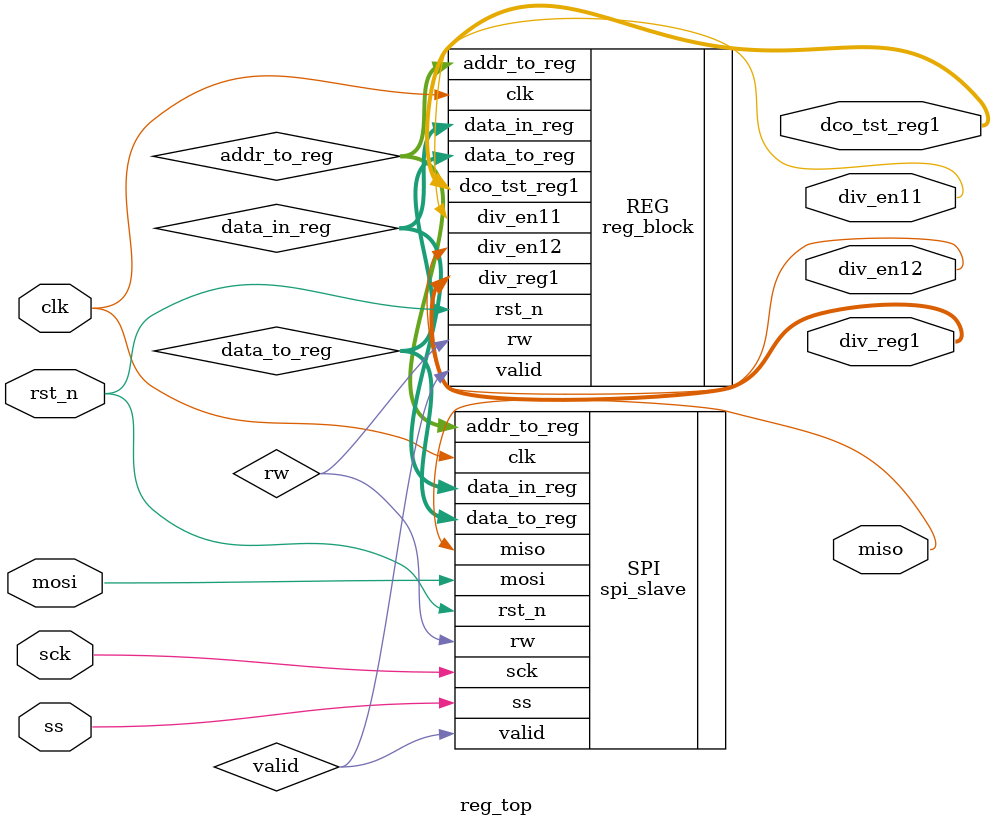
<source format=v>
module reg_top (
    input 	 clk,
    input 	 rst_n, 
    input 	 ss,
    input 	 mosi,
    output  	 miso,
    input 	 sck,
  
    output  [7:0] dco_tst_reg1 ,  
 //   output  [7:0] dco_tst_reg2 ,
 //   output  [7:0] dco_tst_reg3 ,
 //   output  [7:0] dco_tst_reg4 ,
    
    output  [7:0] div_reg1    ,    
 //   output  [7:0] div_reg2    ,
 //   output  [7:0] div_reg3    ,
 //   output  [7:0] div_reg4    ,
    
    output        div_en11    ,
    output        div_en12    
//    output        div_en21    ,
//    output        div_en22    ,
//    output        div_en31    ,
//    output        div_en32    ,
//    output        div_en41    ,
//    output        div_en42    ,
    
//    input         dco_upd1    ,
//    input         dco_upd2    ,
//    input         dco_upd3    ,
//    input         dco_upd4    ,
//    
//    input   [7:0] dco_sts1    ,
//    input   [7:0] dco_sts2    ,
//    input   [7:0] dco_sts3    ,
//    input   [7:0] dco_sts4    
    );

wire [7:0] data_in_reg, data_to_reg;
wire [3:0] addr_to_reg;

spi_slave SPI (
  .clk   ( clk ),    
  .rst_n ( rst_n ), 
  .ss    ( ss ),
  .mosi  ( mosi ),
  .miso  ( miso ),
  .sck   ( sck ),
  .rw 	       ( rw 	    ),
  .valid       ( valid      ),
  .data_in_reg ( data_in_reg),
  .data_to_reg ( data_to_reg),
  .addr_to_reg ( addr_to_reg)
 );

reg_block REG (
  .clk         ( clk         ), 
  .rst_n       ( rst_n	     ),
  .rw 	       ( rw 	     ), 
  .valid       ( valid       ),
  .data_in_reg ( data_in_reg ),
  .data_to_reg ( data_to_reg ),
  .addr_to_reg ( addr_to_reg ),

  .dco_tst_reg1 ( dco_tst_reg1 ),  
//  .dco_tst_reg2 ( dco_tst_reg2 ),
//  .dco_tst_reg3 ( dco_tst_reg3 ),
//  .dco_tst_reg4 ( dco_tst_reg4 ),
                         
  .div_reg1    ( div_reg1    ),    
//  .div_reg2    ( div_reg2    ),
//  .div_reg3    ( div_reg3    ),
//  .div_reg4    ( div_reg4    ),
                             
  .div_en11    ( div_en11    ),
  .div_en12    ( div_en12    )
//  .div_en21    ( div_en21    ),
//  .div_en22    ( div_en22    ),
//  .div_en31    ( div_en31    ),
//  .div_en32    ( div_en32    ),
//  .div_en41    ( div_en41    ),
//  .div_en42    ( div_en42    ),
                             
//  .dco_upd1    ( dco_upd1    ),
//  .dco_upd2    ( dco_upd2    ),
//  .dco_upd3    ( dco_upd3    ),
//  .dco_upd4    ( dco_upd4    ),
//                             
//  .dco_sts1    ( dco_sts1    ),
//  .dco_sts2    ( dco_sts2    ),
//  .dco_sts3    ( dco_sts3    ),
//  .dco_sts4    ( dco_sts4    )

);


endmodule

</source>
